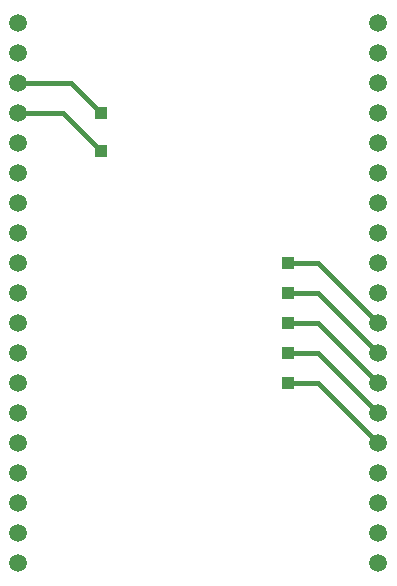
<source format=gbl>
G75*
%MOIN*%
%OFA0B0*%
%FSLAX25Y25*%
%IPPOS*%
%LPD*%
%AMOC8*
5,1,8,0,0,1.08239X$1,22.5*
%
%ADD10C,0.05937*%
%ADD11C,0.01600*%
%ADD12R,0.03962X0.03962*%
D10*
X0011800Y0011800D03*
X0011800Y0021800D03*
X0011800Y0031800D03*
X0011800Y0041800D03*
X0011800Y0051800D03*
X0011800Y0061800D03*
X0011800Y0071800D03*
X0011800Y0081800D03*
X0011800Y0091800D03*
X0011800Y0101800D03*
X0011800Y0111800D03*
X0011800Y0121800D03*
X0011800Y0131800D03*
X0011800Y0141800D03*
X0011800Y0151800D03*
X0011800Y0161800D03*
X0011800Y0171800D03*
X0011800Y0181800D03*
X0011800Y0191800D03*
X0131800Y0191800D03*
X0131800Y0181800D03*
X0131800Y0171800D03*
X0131800Y0161800D03*
X0131800Y0151800D03*
X0131800Y0141800D03*
X0131800Y0131800D03*
X0131800Y0121800D03*
X0131800Y0111800D03*
X0131800Y0101800D03*
X0131800Y0091800D03*
X0131800Y0081800D03*
X0131800Y0071800D03*
X0131800Y0061800D03*
X0131800Y0051800D03*
X0131800Y0041800D03*
X0131800Y0031800D03*
X0131800Y0021800D03*
X0131800Y0011800D03*
D11*
X0131800Y0051800D02*
X0111800Y0071800D01*
X0101800Y0071800D01*
X0101800Y0081800D02*
X0111800Y0081800D01*
X0131800Y0061800D01*
X0131800Y0071800D02*
X0111800Y0091800D01*
X0101800Y0091800D01*
X0101800Y0101800D02*
X0111800Y0101800D01*
X0131800Y0081800D01*
X0131800Y0091800D02*
X0111800Y0111800D01*
X0101800Y0111800D01*
X0039300Y0149300D02*
X0026800Y0161800D01*
X0011800Y0161800D01*
X0011800Y0171800D02*
X0029300Y0171800D01*
X0039300Y0161800D01*
D12*
X0039300Y0161800D03*
X0039300Y0149300D03*
X0101800Y0111800D03*
X0101800Y0101800D03*
X0101800Y0091800D03*
X0101800Y0081800D03*
X0101800Y0071800D03*
M02*

</source>
